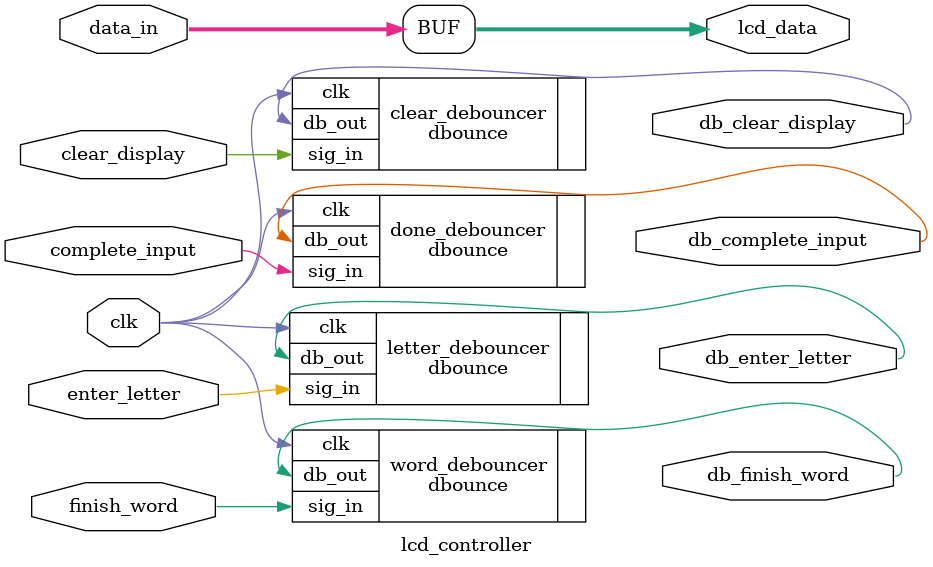
<source format=sv>
`timescale 1ns / 1ps
/**
 * Module: lcd_controller
 * Description: LCD controller with debounced button inputs
 */
module lcd_controller (
    input  logic        clk,              // System clock
    input  logic [7:0]  data_in,          // 8-bit data input from switches
    input  logic        enter_letter,     // Button to enter the current letter
    input  logic        finish_word,      // Button to finish the current word
    input  logic        clear_display,    // Button to clear LCD screen
    input  logic        complete_input,   // Button to signal input completion
    output logic [7:0]  lcd_data,         // Data output to LCD
    output logic        db_enter_letter,  // Debounced enter_letter signal
    output logic        db_finish_word,   // Debounced finish_word signal
    output logic        db_clear_display, // Debounced clear_display signal
    output logic        db_complete_input // Debounced complete_input signal
);

    // Instantiate button debouncers
    dbounce letter_debouncer (
        .clk    (clk),
        .sig_in (enter_letter),
        .db_out (db_enter_letter)
    );
    
    dbounce word_debouncer (
        .clk    (clk),
        .sig_in (finish_word),
        .db_out (db_finish_word)
    );
    
    dbounce clear_debouncer (
        .clk    (clk),
        .sig_in (clear_display),
        .db_out (db_clear_display)
    );
    
    dbounce done_debouncer (
        .clk    (clk),
        .sig_in (complete_input),
        .db_out (db_complete_input)
    );

    // Connect input data directly to LCD data output
    assign lcd_data = data_in;

endmodule : lcd_controller

</source>
